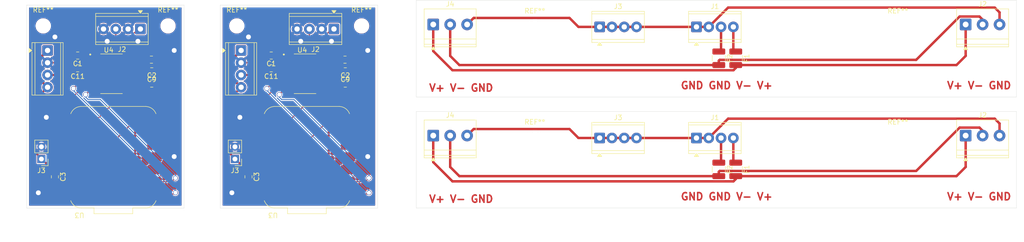
<source format=kicad_pcb>
(kicad_pcb (version 20241229) (generator "pcbnew") (generator_version "9.0")
  (layers (0 "F.Cu" signal) (2 "B.Cu" signal) (13 "F.Paste" user) (15 "B.Paste" user) (5 "F.SilkS" user "F.Silkscreen") (7 "B.SilkS" user "B.Silkscreen") (1 "F.Mask" user) (3 "B.Mask" user) (25 "Edge.Cuts" user))
  (net 0 "")
  (net 1 "+BATT")
  (net 2 "Net-(U4-REF)")
  (net 3 "Net-(U4-REFCAP)")
  (net 4 "/MOSI")
  (net 5 "/SCK")
  (net 6 "/~{CS}")
  (net 7 "/MISO")
  (net 8 "Net-(J2-Pin_3)")
  (net 9 "Net-(J2-Pin_1)")
  (net 10 "+5V")
  (net 11 "GND")
  (net 12 "Net-(U3-PA4_A1_D1)")
  (net 25 "-BATT")
  (net 26 "Net-(J1-Pin_4)")
  (net 27 "Net-(J1-Pin_3)")
  (footprint "Capacitor_SMD:C_0805_2012Metric" (layer "F.Cu") (at 90.83 143.538 -90)
    (property "Reference" "C3")
    (property "Value" "100n")
  )
  (footprint "Capacitor_SMD:C_0805_2012Metric" (layer "F.Cu") (at 70.842 121.694 180)
    (property "Reference" "C9")
    (property "Value" "100n" (hide yes))
  )
  (footprint "Capacitor_SMD:C_0805_2012Metric" (layer "F.Cu") (at 95.529 118.4305 180)
    (property "Reference" "C1")
    (property "Value" "100n")
  )
  (footprint "TerminalBlock_Phoenix:TerminalBlock_Phoenix_MPT-0,5-4-2.54_1x04_P2.54mm_Horizontal" (layer "F.Cu") (at 108.487 112.935 180)
    (property "Reference" "J2")
    (property "Value" "Screw_Terminal_01x04" (hide yes))
  )
  (footprint "Connector_PinHeader_2.54mm:PinHeader_1x02_P2.54mm_Vertical" (layer "F.Cu") (at 48.048 139.855 180)
    (property "Reference" "J3")
    (property "Value" "Screw_Terminal_01x02")
  )
  (footprint "TerminalBlock_Phoenix:TerminalBlock_Phoenix_PT-1,5-3-3.5-H_1x03_P3.50mm_Horizontal" (layer "F.Cu") (at 129 112)
    (property "Reference" "J4")
    (property "Value" "Screw_Terminal_01x03")
  )
  (footprint "Fuse:Fuse_1210_3225Metric" (layer "F.Cu") (at 188 142 -90)
    (property "Reference" "F2")
    (property "Value" "Fuse")
  )
  (footprint "MountingHole:MountingHole_2.7mm_M2.5_DIN965" (layer "F.Cu") (at 74.21 112.296)
    (property "Reference" "REF**")
    (property "Value" "MountingHole_2.7mm_M2.5_DIN965")
  )
  (footprint "Max1032:SOP65P640X110-24N" (layer "F.Cu") (at 62.526 122.202)
    (property "Reference" "U4")
    (property "Value" "MAX1032BEUG_" (hide yes))
  )
  (footprint "TerminalBlock_Phoenix:TerminalBlock_Phoenix_PT-1,5-3-3.5-H_1x03_P3.50mm_Horizontal" (layer "F.Cu") (at 129 135)
    (property "Reference" "J4")
    (property "Value" "Screw_Terminal_01x03")
  )
  (footprint "Connector_PinHeader_2.54mm:PinHeader_1x02_P2.54mm_Vertical" (layer "F.Cu") (at 88.036 139.855 180)
    (property "Reference" "J3")
    (property "Value" "Screw_Terminal_01x02")
  )
  (footprint "Fuse:Fuse_1210_3225Metric" (layer "F.Cu") (at 188 119 -90)
    (property "Reference" "F2")
    (property "Value" "Fuse")
  )
  (footprint "TerminalBlock_Phoenix:TerminalBlock_Phoenix_MPT-0,5-4-2.54_1x04_P2.54mm_Horizontal" (layer "F.Cu") (at 68.499 112.935 180)
    (property "Reference" "J2")
    (property "Value" "Screw_Terminal_01x04" (hide yes))
  )
  (footprint "TerminalBlock_Phoenix:TerminalBlock_Phoenix_MPT-0,5-4-2.54_1x04_P2.54mm_Horizontal" (layer "F.Cu") (at 49.318 117.376 -90)
    (property "Reference" "J1" (hide yes))
    (property "Value" "Screw_Terminal_01x04" (hide yes))
  )
  (footprint "Capacitor_SMD:C_0805_2012Metric" (layer "F.Cu") (at 70.781 119.281 180)
    (property "Reference" "C8" (hide yes))
    (property "Value" "1u")
  )
  (footprint "Fuse:Fuse_1210_3225Metric" (layer "F.Cu") (at 191.5 119 -90)
    (property "Reference" "F1")
    (property "Value" "Fuse")
  )
  (footprint "Capacitor_SMD:C_0805_2012Metric" (layer "F.Cu") (at 110.769 119.281 180)
    (property "Reference" "C8" (hide yes))
    (property "Value" "1u")
  )
  (footprint "RF_Module:MCU_Seeed_ESP32C3" (layer "F.Cu") (at 102.904 139.474 180)
    (property "Reference" "U3")
    (property "Value" "MOUDLE-SEEEDUINO-XIAO-ESP32C3")
  )
  (footprint "TerminalBlock_Phoenix:TerminalBlock_Phoenix_MPT-0,5-4-2.54_1x04_P2.54mm_Horizontal" (layer "F.Cu") (at 183.38 135.5)
    (property "Reference" "J1")
    (property "Value" "Screw_Terminal_01x04")
  )
  (footprint "Capacitor_SMD:C_0805_2012Metric" (layer "F.Cu") (at 110.83 121.694 180)
    (property "Reference" "C9")
    (property "Value" "100n" (hide yes))
  )
  (footprint "MountingHole:MountingHole_2.7mm_M2.5_DIN965" (layer "F.Cu") (at 114.198 112.296)
    (property "Reference" "REF**")
    (property "Value" "MountingHole_2.7mm_M2.5_DIN965")
  )
  (footprint "MountingHole:MountingHole_2.7mm_M2.5_DIN965" (layer "F.Cu") (at 225 112.5)
    (property "Reference" "REF**")
    (property "Value" "MountingHole_2.7mm_M2.5_DIN965")
  )
  (footprint "TerminalBlock_Phoenix:TerminalBlock_Phoenix_MPT-0,5-4-2.54_1x04_P2.54mm_Horizontal" (layer "F.Cu") (at 89.306 117.376 -90)
    (property "Reference" "J1" (hide yes))
    (property "Value" "Screw_Terminal_01x04" (hide yes))
  )
  (footprint "Capacitor_SMD:C_0805_2012Metric" (layer "F.Cu") (at 55.541 121.059 180)
    (property "Reference" "C11")
    (property "Value" "100n")
  )
  (footprint "TerminalBlock_Phoenix:TerminalBlock_Phoenix_MPT-0,5-4-2.54_1x04_P2.54mm_Horizontal" (layer "F.Cu") (at 163.38 112.5)
    (property "Reference" "J3")
    (property "Value" "Screw_Terminal_01x04")
  )
  (footprint "RF_Module:MCU_Seeed_ESP32C3" (layer "F.Cu") (at 62.916 139.474 180)
    (property "Reference" "U3")
    (property "Value" "MOUDLE-SEEEDUINO-XIAO-ESP32C3")
  )
  (footprint "Capacitor_SMD:C_0805_2012Metric" (layer "F.Cu") (at 55.541 118.4305 180)
    (property "Reference" "C1")
    (property "Value" "100n")
  )
  (footprint "MountingHole:MountingHole_2.7mm_M2.5_DIN965" (layer "F.Cu") (at 225 135.5)
    (property "Reference" "REF**")
    (property "Value" "MountingHole_2.7mm_M2.5_DIN965")
  )
  (footprint "MountingHole:MountingHole_2.7mm_M2.5_DIN965" (layer "F.Cu") (at 88.417 112.296)
    (property "Reference" "REF**")
    (property "Value" "MountingHole_2.7mm_M2.5_DIN965" (hide yes))
  )
  (footprint "Capacitor_SMD:C_0805_2012Metric" (layer "F.Cu") (at 110.83 124.234)
    (property "Reference" "C2")
    (property "Value" "100n")
  )
  (footprint "MountingHole:MountingHole_2.7mm_M2.5_DIN965" (layer "F.Cu") (at 150 135.5)
    (property "Reference" "REF**")
    (property "Value" "MountingHole_2.7mm_M2.5_DIN965")
  )
  (footprint "Capacitor_SMD:C_0805_2012Metric" (layer "F.Cu") (at 70.842 124.234)
    (property "Reference" "C2")
    (property "Value" "100n")
  )
  (footprint "TerminalBlock_Phoenix:TerminalBlock_Phoenix_PT-1,5-3-3.5-H_1x03_P3.50mm_Horizontal" (layer "F.Cu") (at 239 112)
    (property "Reference" "J2")
    (property "Value" "Screw_Terminal_01x03")
  )
  (footprint "Capacitor_SMD:C_0805_2012Metric" (layer "F.Cu") (at 50.842 143.538 -90)
    (property "Reference" "C3")
    (property "Value" "100n")
  )
  (footprint "Fuse:Fuse_1210_3225Metric" (layer "F.Cu") (at 191.5 142 -90)
    (property "Reference" "F1")
    (property "Value" "Fuse")
  )
  (footprint "TerminalBlock_Phoenix:TerminalBlock_Phoenix_MPT-0,5-4-2.54_1x04_P2.54mm_Horizontal" (layer "F.Cu") (at 183.38 112.5)
    (property "Reference" "J1")
    (property "Value" "Screw_Terminal_01x04")
  )
  (footprint "Capacitor_SMD:C_0805_2012Metric" (layer "F.Cu") (at 95.529 121.059 180)
    (property "Reference" "C11")
    (property "Value" "100n")
  )
  (footprint "TerminalBlock_Phoenix:TerminalBlock_Phoenix_MPT-0,5-4-2.54_1x04_P2.54mm_Horizontal" (layer "F.Cu") (at 163.38 135.5)
    (property "Reference" "J3")
    (property "Value" "Screw_Terminal_01x04")
  )
  (footprint "TerminalBlock_Phoenix:TerminalBlock_Phoenix_PT-1,5-3-3.5-H_1x03_P3.50mm_Horizontal" (layer "F.Cu") (at 239 135)
    (property "Reference" "J2")
    (property "Value" "Screw_Terminal_01x03")
  )
  (footprint "MountingHole:MountingHole_2.7mm_M2.5_DIN965" (layer "F.Cu") (at 150 112.5)
    (property "Reference" "REF**")
    (property "Value" "MountingHole_2.7mm_M2.5_DIN965")
  )
  (footprint "MountingHole:MountingHole_2.7mm_M2.5_DIN965" (layer "F.Cu") (at 48.429 112.296)
    (property "Reference" "REF**")
    (property "Value" "MountingHole_2.7mm_M2.5_DIN965" (hide yes))
  )
  (footprint "Max1032:SOP65P640X110-24N" (layer "F.Cu") (at 102.514 122.202)
    (property "Reference" "U4")
    (property "Value" "MAX1032BEUG_" (hide yes))
  )
  (gr_line (start 84.988 107.978) (end 117.5 107.978) (stroke (width 0.05)) (layer "Edge.Cuts"))
  (gr_line (start 117.5 150.015) (end 84.988 150.015) (stroke (width 0.05)) (layer "Edge.Cuts"))
  (gr_line (start 249.5 107) (end 249.5 127) (stroke (width 0.05)) (layer "Edge.Cuts"))
  (gr_line (start 125.5 127) (end 125.5 107) (stroke (width 0.05)) (layer "Edge.Cuts"))
  (gr_line (start 125.5 130) (end 249.5 130) (stroke (width 0.05)) (layer "Edge.Cuts"))
  (gr_line (start 77.512 107.978) (end 77.512 150.015) (stroke (width 0.05)) (layer "Edge.Cuts"))
  (gr_line (start 117.5 107.978) (end 117.5 150.015) (stroke (width 0.05)) (layer "Edge.Cuts"))
  (gr_line (start 84.988 150.015) (end 84.988 107.978) (stroke (width 0.05)) (layer "Edge.Cuts"))
  (gr_line (start 125.5 150) (end 125.5 130) (stroke (width 0.05)) (layer "Edge.Cuts"))
  (gr_line (start 125.5 107) (end 249.5 107) (stroke (width 0.05)) (layer "Edge.Cuts"))
  (gr_line (start 249.5 130) (end 249.5 150) (stroke (width 0.05)) (layer "Edge.Cuts"))
  (gr_line (start 249.5 150) (end 125.5 150) (stroke (width 0.05)) (layer "Edge.Cuts"))
  (gr_line (start 45 150.015) (end 45 107.978) (stroke (width 0.05)) (layer "Edge.Cuts"))
  (gr_line (start 249.5 127) (end 125.5 127) (stroke (width 0.05)) (layer "Edge.Cuts"))
  (gr_line (start 77.512 150.015) (end 45 150.015) (stroke (width 0.05)) (layer "Edge.Cuts"))
  (gr_line (start 45 107.978) (end 77.512 107.978) (stroke (width 0.05)) (layer "Edge.Cuts"))
  (gr_text "V+ V- GND" (at 128 149 0) (layer "F.Cu") (effects (font (size 1.5 1.5) (thickness 0.3) (bold yes)) (justify left bottom)))
  (gr_text "V+ V- GND" (at 235 148.5 0) (layer "F.Cu") (effects (font (size 1.5 1.5) (thickness 0.3) (bold yes)) (justify left bottom)))
  (gr_text "Electrometer ADC\nv2.0\n8/21/2025" (at 50.207 112.423 0) (layer "F.Cu") (effects (font (size 0.75 0.65) (thickness 0.1) (bold yes)) (justify left bottom)))
  (gr_text "V+ V- GND" (at 235 125.5 0) (layer "F.Cu") (effects (font (size 1.5 1.5) (thickness 0.3) (bold yes)) (justify left bottom)))
  (gr_text "GND GND V- V+\n" (at 180 148.5 0) (layer "F.Cu") (effects (font (size 1.5 1.5) (thickness 0.3) (bold yes)) (justify left bottom)))
  (gr_text "Electrometer ADC\nv2.0\n8/21/2025" (at 90.195 112.423 0) (layer "F.Cu") (effects (font (size 0.75 0.65) (thickness 0.1) (bold yes)) (justify left bottom)))
  (gr_text "GND GND V- V+\n" (at 180 125.5 0) (layer "F.Cu") (effects (font (size 1.5 1.5) (thickness 0.3) (bold yes)) (justify left bottom)))
  (gr_text "V+ V- GND" (at 128 126 0) (layer "F.Cu") (effects (font (size 1.5 1.5) (thickness 0.3) (bold yes)) (justify left bottom)))
  (segment (start 191.024 121.476) (end 132.976 121.476) (width 0.5) (layer "F.Cu") (net 1))
  (segment (start 91.15 142.588) (end 91.724 142.014) (width 0.4) (layer "F.Cu") (net 1))
  (segment (start 94.404 142.014) (end 94.912 141.506) (width 0.4) (layer "F.Cu") (net 1))
  (segment (start 49.318 124.996) (end 46.27 128.044) (width 0.4) (layer "F.Cu") (net 1))
  (segment (start 87.605 123.295) (end 89.306 124.996) (width 0.5) (layer "F.Cu") (net 1))
  (segment (start 90.83 142.588) (end 91.15 142.588) (width 0.2) (layer "F.Cu") (net 1))
  (segment (start 87.605 119.077) (end 87.605 123.295) (width 0.5) (layer "F.Cu") (net 1))
  (segment (start 63.288 141.506) (end 64.92 139.874) (width 0.4) (layer "F.Cu") (net 1))
  (segment (start 54.924 141.506) (end 63.288 141.506) (width 0.4) (layer "F.Cu") (net 1))
  (segment (start 88.0075 139.7655) (end 90.83 142.588) (width 0.4) (layer "F.Cu") (net 1))
  (segment (start 89.306 124.996) (end 86.258 128.044) (width 0.4) (layer "F.Cu") (net 1))
  (segment (start 48.0195 139.733) (end 48.0195 139.7655) (width 0.2) (layer "F.Cu") (net 1))
  (segment (start 132.976 121.476) (end 129 117.5) (width 0.5) (layer "F.Cu") (net 1))
  (segment (start 191.5 120.4) (end 237.1 120.4) (width 0.5) (layer "F.Cu") (net 1))
  (segment (start 51.162 142.588) (end 51.736 142.014) (width 0.4) (layer "F.Cu") (net 1))
  (segment (start 46.27 137.9835) (end 48.0195 139.733) (width 0.4) (layer "F.Cu") (net 1))
  (segment (start 132.976 144.476) (end 129 140.5) (width 0.5) (layer "F.Cu") (net 1))
  (segment (start 94.912 141.506) (end 103.276 141.506) (width 0.4) (layer "F.Cu") (net 1))
  (segment (start 237.1 120.4) (end 239 118.5) (width 0.5) (layer "F.Cu") (net 1))
  (segment (start 239 141.5) (end 239 135) (width 0.5) (layer "F.Cu") (net 1))
  (segment (start 66.254498 123.177) (end 65.411 123.177) (width 0.4) (layer "F.Cu") (net 1))
  (segment (start 103.276 141.506) (end 104.908 139.874) (width 0.4) (layer "F.Cu") (net 1))
  (segment (start 129 117.5) (end 129 112) (width 0.5) (layer "F.Cu") (net 1))
  (segment (start 51.736 142.014) (end 54.416 142.014) (width 0.4) (layer "F.Cu") (net 1))
  (segment (start 129 140.5) (end 129 135) (width 0.5) (layer "F.Cu") (net 1))
  (segment (start 191.024 144.476) (end 132.976 144.476) (width 0.5) (layer "F.Cu") (net 1))
  (segment (start 86.258 128.044) (end 86.258 137.9835) (width 0.4) (layer "F.Cu") (net 1))
  (segment (start 191.5 144) (end 191.024 144.476) (width 0.5) (layer "F.Cu") (net 1))
  (segment (start 54.416 142.014) (end 54.924 141.506) (width 0.4) (layer "F.Cu") (net 1))
  (segment (start 191.5 143.4) (end 191.5 144) (width 0.5) (layer "F.Cu") (net 1))
  (segment (start 191.5 121) (end 191.024 121.476) (width 0.5) (layer "F.Cu") (net 1))
  (segment (start 64.92 139.874) (end 67.416 139.874) (width 0.4) (layer "F.Cu") (net 1))
  (segment (start 89.306 117.376) (end 87.605 119.077) (width 0.5) (layer "F.Cu") (net 1))
  (segment (start 191.5 143.4) (end 237.1 143.4) (width 0.5) (layer "F.Cu") (net 1))
  (segment (start 107.404 139.874) (end 107.404 124.338502) (width 0.4) (layer "F.Cu") (net 1))
  (segment (start 107.404 124.338502) (end 106.242498 123.177) (width 0.4) (layer "F.Cu") (net 1))
  (segment (start 50.842 142.588) (end 51.162 142.588) (width 0.2) (layer "F.Cu") (net 1))
  (segment (start 67.416 124.338502) (end 66.254498 123.177) (width 0.4) (layer "F.Cu") (net 1))
  (segment (start 49.318 117.376) (end 47.617 119.077) (width 0.5) (layer "F.Cu") (net 1))
  (segment (start 91.724 142.014) (end 94.404 142.014) (width 0.4) (layer "F.Cu") (net 1))
  (segment (start 86.258 137.9835) (end 88.0075 139.733) (width 0.4) (layer "F.Cu") (net 1))
  (segment (start 104.908 139.874) (end 107.404 139.874) (width 0.4) (layer "F.Cu") (net 1))
  (segment (start 46.27 128.044) (end 46.27 137.9835) (width 0.4) (layer "F.Cu") (net 1))
  (segment (start 106.242498 123.177) (end 105.399 123.177) (width 0.4) (layer "F.Cu") (net 1))
  (segment (start 239 118.5) (end 239 112) (width 0.5) (layer "F.Cu") (net 1))
  (segment (start 67.416 139.874) (end 67.416 124.338502) (width 0.4) (layer "F.Cu") (net 1))
  (segment (start 237.1 143.4) (end 239 141.5) (width 0.5) (layer "F.Cu") (net 1))
  (segment (start 48.0195 139.7655) (end 50.842 142.588) (width 0.4) (layer "F.Cu") (net 1))
  (segment (start 191.5 120.4) (end 191.5 121) (width 0.5) (layer "F.Cu") (net 1))
  (segment (start 88.0075 139.733) (end 88.0075 139.7655) (width 0.2) (layer "F.Cu") (net 1))
  (segment (start 47.617 123.295) (end 49.318 124.996) (width 0.5) (layer "F.Cu") (net 1))
  (segment (start 47.617 119.077) (end 47.617 123.295) (width 0.5) (layer "F.Cu") (net 1))
  (segment (start 66.676 121.227) (end 68.622 119.281) (width 0.2) (layer "F.Cu") (net 2))
  (segment (start 108.61 119.281) (end 109.819 119.281) (width 0.2) (layer "F.Cu") (net 2))
  (segment (start 68.622 119.281) (end 69.831 119.281) (width 0.2) (layer "F.Cu") (net 2))
  (segment (start 106.664 121.227) (end 108.61 119.281) (width 0.2) (layer "F.Cu") (net 2))
  (segment (start 105.399 121.227) (end 106.664 121.227) (width 0.2) (layer "F.Cu") (net 2))
  (segment (start 65.411 121.227) (end 66.676 121.227) (width 0.2) (layer "F.Cu") (net 2))
  (segment (start 105.399 121.877) (end 109.697 121.877) (width 0.2) (layer "F.Cu") (net 3))
  (segment (start 65.411 121.877) (end 69.709 121.877) (width 0.2) (layer "F.Cu") (net 3))
  (segment (start 109.697 121.877) (end 109.88 121.694) (width 0.2) (layer "F.Cu") (net 3))
  (segment (start 69.709 121.877) (end 69.892 121.694) (width 0.2) (layer "F.Cu") (net 3))
  (segment (start 99.629 125.127) (end 96.424214 125.127) (width 0.2) (layer "F.Cu") (net 4))
  (segment (start 91.846 138.458) (end 92.862 139.474) (width 0.2) (layer "F.Cu") (net 4))
  (segment (start 59.641 125.127) (end 56.436214 125.127) (width 0.2) (layer "F.Cu") (net 4))
  (segment (start 96.424214 125.127) (end 91.846 129.705214) (width 0.2) (layer "F.Cu") (net 4))
  (segment (start 51.858 129.705214) (end 51.858 138.458) (width 0.2) (layer "F.Cu") (net 4))
  (segment (start 92.862 139.474) (end 94.404 139.474) (width 0.2) (layer "F.Cu") (net 4))
  (segment (start 51.858 138.458) (end 52.874 139.474) (width 0.2) (layer "F.Cu") (net 4))
  (segment (start 91.846 129.705214) (end 91.846 138.458) (width 0.2) (layer "F.Cu") (net 4))
  (segment (start 52.874 139.474) (end 54.416 139.474) (width 0.2) (layer "F.Cu") (net 4))
  (segment (start 56.436214 125.127) (end 51.858 129.705214) (width 0.2) (layer "F.Cu") (net 4))
  (segment (start 56.794 134.394) (end 54.416 134.394) (width 0.2) (layer "F.Cu") (net 5))
  (segment (start 96.782 134.394) (end 94.404 134.394) (width 0.2) (layer "F.Cu") (net 5))
  (segment (start 65.411 125.777) (end 56.794 134.394) (width 0.2) (layer "F.Cu") (net 5))
  (segment (start 105.399 125.777) (end 96.782 134.394) (width 0.2) (layer "F.Cu") (net 5))
  (segment (start 94.64 125.25) (end 95.529 124.361) (width 0.2) (layer "F.Cu") (net 6))
  (segment (start 55.541 124.361) (end 59.525 124.361) (width 0.2) (layer "F.Cu") (net 6))
  (segment (start 115.468 147.094) (end 115.722 146.84) (width 0.2) (layer "F.Cu") (net 6))
  (segment (start 99.513 124.361) (end 99.629 124.477) (width 0.2) (layer "F.Cu") (net 6))
  (segment (start 71.416 147.094) (end 75.48 147.094) (width 0.2) (layer "F.Cu") (net 6))
  (segment (start 75.48 147.094) (end 75.734 146.84) (width 0.2) (layer "F.Cu") (net 6))
  (segment (start 100.378999 124.477) (end 99.629 124.477) (width 0.2) (layer "F.Cu") (net 6))
  (segment (start 60.390999 124.477) (end 59.641 124.477) (width 0.2) (layer "F.Cu") (net 6))
  (segment (start 54.652 125.25) (end 55.541 124.361) (width 0.2) (layer "F.Cu") (net 6))
  (segment (start 59.525 124.361) (end 59.641 124.477) (width 0.2) (layer "F.Cu") (net 6))
  (segment (start 111.404 147.094) (end 115.468 147.094) (width 0.2) (layer "F.Cu") (net 6))
  (segment (start 95.529 124.361) (end 99.513 124.361) (width 0.2) (layer "F.Cu") (net 6))
  (via (at 75.734 146.84) (size 1) (drill 0.8) (layers "F.Cu" "B.Cu") (net 6))
  (via (at 94.64 125.25) (size 1) (drill 0.8) (layers "F.Cu" "B.Cu") (net 6))
  (via (at 115.722 146.84) (size 1) (drill 0.8) (layers "F.Cu" "B.Cu") (net 6))
  (via (at 54.652 125.25) (size 1) (drill 0.8) (layers "F.Cu" "B.Cu") (net 6))
  (segment (start 54.652 125.659326) (end 54.652 125.25) (width 0.2) (layer "B.Cu") (net 6))
  (segment (start 75.48 146.078) (end 75.070674 146.078) (width 0.2) (layer "B.Cu") (net 6))
  (segment (start 94.64 125.659326) (end 94.64 125.25) (width 0.2) (layer "B.Cu") (net 6))
  (segment (start 115.058674 146.078) (end 94.64 125.659326) (width 0.2) (layer "B.Cu") (net 6))
  (segment (start 75.070674 146.078) (end 54.652 125.659326) (width 0.2) (layer "B.Cu") (net 6))
  (segment (start 115.468 146.078) (end 115.058674 146.078) (width 0.2) (layer "B.Cu") (net 6))
  (segment (start 115.722 146.84) (end 115.722 146.332) (width 0.2) (layer "B.Cu") (net 6))
  (segment (start 75.734 146.332) (end 75.48 146.078) (width 0.2) (layer "B.Cu") (net 6))
  (segment (start 115.722 146.332) (end 115.468 146.078) (width 0.2) (layer "B.Cu") (net 6))
  (segment (start 75.734 146.84) (end 75.734 146.332) (width 0.2) (layer "B.Cu") (net 6))
  (segment (start 105.399 125.127) (end 106.101078 125.127) (width 0.2) (layer "F.Cu") (net 7))
  (segment (start 106.578 132.616) (end 102.371 136.823) (width 0.2) (layer "F.Cu") (net 7))
  (segment (start 54.527 136.823) (end 54.416 136.934) (width 0.2) (layer "F.Cu") (net 7))
  (segment (start 106.578 125.603922) (end 106.578 132.616) (width 0.2) (layer "F.Cu") (net 7))
  (segment (start 66.59 125.603922) (end 66.59 132.616) (width 0.2) (layer "F.Cu") (net 7))
  (segment (start 66.59 132.616) (end 62.383 136.823) (width 0.2) (layer "F.Cu") (net 7))
  (segment (start 94.515 136.823) (end 94.404 136.934) (width 0.2) (layer "F.Cu") (net 7))
  (segment (start 102.371 136.823) (end 94.515 136.823) (width 0.2) (layer "F.Cu") (net 7))
  (segment (start 65.411 125.127) (end 66.113078 125.127) (width 0.2) (layer "F.Cu") (net 7))
  (segment (start 106.101078 125.127) (end 106.578 125.603922) (width 0.2) (layer "F.Cu") (net 7))
  (segment (start 66.113078 125.127) (end 66.59 125.603922) (width 0.2) (layer "F.Cu") (net 7))
  (segment (start 62.383 136.823) (end 54.527 136.823) (width 0.2) (layer "F.Cu") (net 7))
  (segment (start 63.419 116.898999) (end 63.419 112.935) (width 0.2) (layer "F.Cu") (net 8))
  (segment (start 103.407 116.898999) (end 103.407 112.935) (width 0.2) (layer "F.Cu") (net 8))
  (segment (start 60.390999 119.927) (end 63.419 116.898999) (width 0.2) (layer "F.Cu") (net 8))
  (segment (start 100.378999 119.927) (end 103.407 116.898999) (width 0.2) (layer "F.Cu") (net 8))
  (segment (start 59.641 119.927) (end 60.390999 119.927) (width 0.2) (layer "F.Cu") (net 8))
  (segment (start 99.629 119.927) (end 100.378999 119.927) (width 0.2) (layer "F.Cu") (net 8))
  (segment (start 60.390999 120.577) (end 68.032999 112.935) (width 0.2) (layer "F.Cu") (net 9))
  (segment (start 59.641 120.577) (end 60.390999 120.577) (width 0.2) (layer "F.Cu") (net 9))
  (segment (start 68.032999 112.935) (end 68.499 112.935) (width 0.2) (layer "F.Cu") (net 9))
  (segment (start 108.020999 112.935) (end 108.487 112.935) (width 0.2) (layer "F.Cu") (net 9))
  (segment (start 99.629 120.577) (end 100.378999 120.577) (width 0.2) (layer "F.Cu") (net 9))
  (segment (start 100.378999 120.577) (end 108.020999 112.935) (width 0.2) (layer "F.Cu") (net 9))
  (segment (start 89.306 122.456) (end 96.164 122.456) (width 0.4) (layer "F.Cu") (net 10))
  (segment (start 59.097 111.407) (end 59.097 118.083) (width 0.4) (layer "F.Cu") (net 10))
  (segment (start 69.003 124.234) (end 69.892 124.234) (width 0.4) (layer "F.Cu") (net 10))
  (segment (start 67.296 122.527) (end 69.003 124.234) (width 0.4) (layer "F.Cu") (net 10))
  (segment (start 99.629 118.627) (end 99.629 119.277) (width 0.4) (layer "F.Cu") (net 10))
  (segment (start 105.399 119.927) (end 106.313 119.927) (width 0.4) (layer "F.Cu") (net 10))
  (segment (start 99.085 118.083) (end 99.629 118.627) (width 0.4) (layer "F.Cu") (net 10))
  (segment (start 105.399 122.527) (end 103.347 122.527) (width 0.4) (layer "F.Cu") (net 10))
  (segment (start 56.491 118.4305) (end 59.4445 118.4305) (width 0.4) (layer "F.Cu") (net 10))
  (segment (start 69.6041 110.899) (end 59.605 110.899) (width 0.4) (layer "F.Cu") (net 10))
  (segment (start 59.605 110.899) (end 59.097 111.407) (width 0.4) (layer "F.Cu") (net 10))
  (segment (start 103.022 122.202) (end 103.022 120.17) (width 0.4) (layer "F.Cu") (net 10))
  (segment (start 59.4445 118.4305) (end 59.641 118.627) (width 0.4) (layer "F.Cu") (net 10))
  (segment (start 65.411 122.527) (end 67.296 122.527) (width 0.4) (layer "F.Cu") (net 10))
  (segment (start 110.17567 116.06433) (end 110.17567 111.48257) (width 0.4) (layer "F.Cu") (net 10))
  (segment (start 107.284 122.527) (end 108.991 124.234) (width 0.4) (layer "F.Cu") (net 10))
  (segment (start 108.991 124.234) (end 109.88 124.234) (width 0.4) (layer "F.Cu") (net 10))
  (segment (start 99.4325 118.4305) (end 99.629 118.627) (width 0.4) (layer "F.Cu") (net 10))
  (segment (start 70.18767 111.48257) (end 69.6041 110.899) (width 0.4) (layer "F.Cu") (net 10))
  (segment (start 70.18767 116.06433) (end 70.18767 111.48257) (width 0.4) (layer "F.Cu") (net 10))
  (segment (start 110.17567 111.48257) (end 109.5921 110.899) (width 0.4) (layer "F.Cu") (net 10))
  (segment (start 65.411 119.927) (end 66.325 119.927) (width 0.4) (layer "F.Cu") (net 10))
  (segment (start 49.318 122.456) (end 56.176 122.456) (width 0.4) (layer "F.Cu") (net 10))
  (segment (start 106.313 119.927) (end 110.17567 116.06433) (width 0.4) (layer "F.Cu") (net 10))
  (segment (start 96.545 122.075) (end 96.545 121.125) (width 0.4) (layer "F.Cu") (net 10))
  (segment (start 56.557 122.075) (end 56.557 121.125) (width 0.4) (layer "F.Cu") (net 10))
  (segment (start 56.491 121.059) (end 56.491 118.4305) (width 0.4) (layer "F.Cu") (net 10))
  (segment (start 96.479 121.059) (end 96.479 118.4305) (width 0.4) (layer "F.Cu") (net 10))
  (segment (start 63.034 122.202) (end 63.034 120.17) (width 0.4) (layer "F.Cu") (net 10))
  (segment (start 103.022 120.17) (end 103.265 119.927) (width 0.4) (layer "F.Cu") (net 10))
  (segment (start 63.277 119.927) (end 65.411 119.927) (width 0.4) (layer "F.Cu") (net 10))
  (segment (start 96.479 118.4305) (end 99.4325 118.4305) (width 0.4) (layer "F.Cu") (net 10))
  (segment (start 99.593 110.899) (end 99.085 111.407) (width 0.4) (layer "F.Cu") (net 10))
  (segment (start 99.085 111.407) (end 99.085 118.083) (width 0.4) (layer "F.Cu") (net 10))
  (segment (start 96.545 121.125) (end 96.479 121.059) (width 0.4) (layer "F.Cu") (net 10))
  (segment (start 105.399 122.527) (end 107.284 122.527) (width 0.4) (layer "F.Cu") (net 10))
  (segment (start 56.557 121.125) (end 56.491 121.059) (width 0.4) (layer "F.Cu") (net 10))
  (segment (start 103.265 119.927) (end 105.399 119.927) (width 0.4) (layer "F.Cu") (net 10))
  (segment (start 63.359 122.527) (end 63.034 122.202) (width 0.4) (layer "F.Cu") (net 10))
  (segment (start 65.411 122.527) (end 63.359 122.527) (width 0.4) (layer "F.Cu") (net 10))
  (segment (start 63.034 120.17) (end 63.277 119.927) (width 0.4) (layer "F.Cu") (net 10))
  (segment (start 96.164 122.456) (end 96.545 122.075) (width 0.4) (layer "F.Cu") (net 10))
  (segment (start 66.325 119.927) (end 70.18767 116.06433) (width 0.4) (layer "F.Cu") (net 10))
  (segment (start 56.176 122.456) (end 56.557 122.075) (width 0.4) (layer "F.Cu") (net 10))
  (segment (start 109.5921 110.899) (end 99.593 110.899) (width 0.4) (layer "F.Cu") (net 10))
  (segment (start 59.097 118.083) (end 59.641 118.627) (width 0.4) (layer "F.Cu") (net 10))
  (segment (start 103.347 122.527) (end 103.022 122.202) (width 0.4) (layer "F.Cu") (net 10))
  (segment (start 59.641 118.627) (end 59.641 119.277) (width 0.4) (layer "F.Cu") (net 10))
  (segment (start 63.95048 123.827) (end 62.533 122.40952) (width 0.2) (layer "F.Cu") (net 11))
  (segment (start 157.149 133.649) (end 159 135.5) (width 0.5) (layer "F.Cu") (net 11))
  (segment (start 62.28 111.534) (end 64.558 111.534) (width 0.2) (layer "F.Cu") (net 11))
  (segment (start 71.731 119.281) (end 71.731 124.173) (width 0.2) (layer "F.Cu") (net 11))
  (segment (start 65.411 124.477) (end 65.411 123.827) (width 0.2) (layer "F.Cu") (net 11))
  (segment (start 66.7589 120.577) (end 69.9599 117.376) (width 0.2) (layer "F.Cu") (net 11))
  (segment (start 93.436 119.916) (end 94.579 121.059) (width 0.2) (layer "F.Cu") (net 11))
  (segment (start 65.411 118.627) (end 65.411 119.121) (width 0.2) (layer "F.Cu") (net 11))
  (segment (start 65.411 120.577) (end 66.7589 120.577) (width 0.2) (layer "F.Cu") (net 11))
  (segment (start 107.975 115.471) (end 105.399 118.047) (width 0.2) (layer "F.Cu") (net 11))
  (segment (start 62.533 119.909) (end 63.165 119.277) (width 0.2) (layer "F.Cu") (net 11))
  (segment (start 90.896 144.554) (end 90.83 144.488) (width 0.2) (layer "F.Cu") (net 11))
  (segment (start 159 135.5) (end 185.92 135.5) (width 0.5) (layer "F.Cu") (net 11))
  (segment (start 189.92 131.5) (end 245 131.5) (width 0.5) (layer "F.Cu") (net 11))
  (segment (start 185.92 112.5) (end 189.92 108.5) (width 0.5) (layer "F.Cu") (net 11))
  (segment (start 105.399 118.047) (end 105.399 118.627) (width 0.2) (layer "F.Cu") (net 11))
  (segment (start 103.93848 123.827) (end 102.521 122.40952) (width 0.2) (layer "F.Cu") (net 11))
  (segment (start 69.9599 117.376) (end 75.48 117.376) (width 0.2) (layer "F.Cu") (net 11))
  (segment (start 53.448 119.916) (end 54.591 121.059) (width 0.2) (layer "F.Cu") (net 11))
  (segment (start 106.7469 120.577) (end 109.9479 117.376) (width 0.2) (layer "F.Cu") (net 11))
  (segment (start 63.165 119.277) (end 65.411 119.277) (width 0.2) (layer "F.Cu") (net 11))
  (segment (start 54.591 118.4305) (end 54.591 121.059) (width 0.2) (layer "F.Cu") (net 11))
  (segment (start 89.306 119.916) (end 93.436 119.916) (width 0.2) (layer "F.Cu") (net 11))
  (segment (start 71.731 124.173) (end 71.792 124.234) (width 0.2) (layer "F.Cu") (net 11))
  (segment (start 60.879 112.935) (end 62.28 111.534) (width 0.2) (layer "F.Cu") (net 11))
  (segment (start 100.867 112.935) (end 102.268 111.534) (width 0.2) (layer "F.Cu") (net 11))
  (segment (start 102.268 111.534) (end 104.546 111.534) (width 0.2) (layer "F.Cu") (net 11))
  (segment (start 65.411 118.047) (end 65.411 118.627) (width 0.2) (layer "F.Cu") (net 11))
  (segment (start 102.521 119.909) (end 103.153 119.277) (width 0.2) (layer "F.Cu") (net 11))
  (segment (start 157.149 110.649) (end 159 112.5) (width 0.5) (layer "F.Cu") (net 11))
  (segment (start 111.719 119.281) (end 111.719 124.173) (width 0.2) (layer "F.Cu") (net 11))
  (segment (start 136 135) (end 137.351 133.649) (width 0.5) (layer "F.Cu") (net 11))
  (segment (start 185.92 135.5) (end 189.92 131.5) (width 0.5) (layer "F.Cu") (net 11))
  (segment (start 246 132.5) (end 246 135) (width 0.5) (layer "F.Cu") (net 11))
  (segment (start 109.9479 117.376) (end 115.468 117.376) (width 0.2) (layer "F.Cu") (net 11))
  (segment (start 113.624 117.376) (end 111.719 119.281) (width 0.2) (layer "F.Cu") (net 11))
  (segment (start 115.468 117.376) (end 113.624 117.376) (width 0.2) (layer "F.Cu") (net 11))
  (segment (start 246 109.5) (end 246 112) (width 0.5) (layer "F.Cu") (net 11))
  (segment (start 64.558 111.534) (end 65.959 112.935) (width 0.2) (layer "F.Cu") (net 11))
  (segment (start 73.636 117.376) (end 71.731 119.281) (width 0.2) (layer "F.Cu") (net 11))
  (segment (start 50.908 144.554) (end 50.842 144.488) (width 0.2) (layer "F.Cu") (net 11))
  (segment (start 65.411 123.827) (end 63.95048 123.827) (width 0.2) (layer "F.Cu") (net 11))
  (segment (start 159 112.5) (end 185.92 112.5) (width 0.5) (layer "F.Cu") (net 11))
  (segment (start 111.719 124.173) (end 111.78 124.234) (width 0.2) (layer "F.Cu") (net 11))
  (segment (start 105.399 124.477) (end 105.399 123.827) (width 0.2) (layer "F.Cu") (net 11))
  (segment (start 67.987 115.471) (end 65.411 118.047) (width 0.2) (layer "F.Cu") (net 11))
  (segment (start 137.351 110.649) (end 157.149 110.649) (width 0.5) (layer "F.Cu") (net 11))
  (segment (start 94.579 118.4305) (end 94.579 121.059) (width 0.2) (layer "F.Cu") (net 11))
  (segment (start 62.533 122.40952) (end 62.533 119.909) (width 0.2) (layer "F.Cu") (net 11))
  (segment (start 105.399 120.577) (end 106.7469 120.577) (width 0.2) (layer "F.Cu") (net 11))
  (segment (start 103.153 119.277) (end 105.399 119.277) (width 0.2) (layer "F.Cu") (net 11))
  (segment (start 102.521 122.40952) (end 102.521 119.909) (width 0.2) (layer "F.Cu") (net 11))
  (segment (start 49.318 119.916) (end 53.448 119.916) (width 0.2) (layer "F.Cu") (net 11))
  (segment (start 105.399 118.627) (end 105.399 119.121) (width 0.2) (layer "F.Cu") (net 11))
  (segment (start 75.48 117.376) (end 73.636 117.376) (width 0.2) (layer "F.Cu") (net 11))
  (segment (start 137.351 133.649) (end 157.149 133.649) (width 0.5) (layer "F.Cu") (net 11))
  (segment (start 105.399 123.827) (end 103.93848 123.827) (width 0.2) (layer "F.Cu") (net 11))
  (segment (start 94.404 144.554) (end 90.896 144.554) (width 0.2) (layer "F.Cu") (net 11))
  (segment (start 136 112) (end 137.351 110.649) (width 0.5) (layer "F.Cu") (net 11))
  (segment (start 245 131.5) (end 246 132.5) (width 0.5) (layer "F.Cu") (net 11))
  (segment (start 189.92 108.5) (end 245 108.5) (width 0.5) (layer "F.Cu") (net 11))
  (segment (start 104.546 111.534) (end 105.947 112.935) (width 0.2) (layer "F.Cu") (net 11))
  (segment (start 54.416 144.554) (end 50.908 144.554) (width 0.2) (layer "F.Cu") (net 11))
  (segment (start 245 108.5) (end 246 109.5) (width 0.5) (layer "F.Cu") (net 11))
  (via (at 49.064 131.219) (size 1.5) (drill 1) (layers "F.Cu" "B.Cu") (net 11))
  (via (at 67.987 115.471) (size 1.5) (drill 1) (layers "F.Cu" "B.Cu") (net 11))
  (via (at 75.48 139.347) (size 1.5) (drill 1) (layers "F.Cu" "B.Cu") (net 11))
  (via (at 101.625 115.471) (size 1.5) (drill 1) (layers "F.Cu" "B.Cu") (net 11))
  (via (at 107.975 115.471) (size 1.5) (drill 1) (layers "F.Cu" "B.Cu") (net 11))
  (via (at 115.468 139.347) (size 1.5) (drill 1) (layers "F.Cu" "B.Cu") (net 11))
  (via (at 75.48 117.376) (size 1.5) (drill 1) (layers "F.Cu" "B.Cu") (net 11))
  (via (at 50.842 114.582) (size 1.5) (drill 1) (layers "F.Cu" "B.Cu") (net 11))
  (via (at 61.637 115.471) (size 1.5) (drill 1) (layers "F.Cu" "B.Cu") (net 11))
  (via (at 87.401 146.84) (size 1.5) (drill 1) (layers "F.Cu" "B.Cu") (net 11))
  (via (at 90.83 114.582) (size 1.5) (drill 1) (layers "F.Cu" "B.Cu") (net 11))
  (via (at 47.413 146.84) (size 1.5) (drill 1) (layers "F.Cu" "B.Cu") (net 11))
  (via (at 89.052 131.219) (size 1.5) (drill 1) (layers "F.Cu" "B.Cu") (net 11))
  (via (at 115.468 117.376) (size 1.5) (drill 1) (layers "F.Cu" "B.Cu") (net 11))
  (segment (start 64.812 119.408) (end 65.066 119.408) (width 0.2) (layer "B.Cu") (net 11))
  (segment (start 104.8 119.408) (end 105.054 119.408) (width 0.2) (layer "B.Cu") (net 11))
  (segment (start 65.066 119.408) (end 65.831469 119.408) (width 0.2) (layer "B.Cu") (net 11))
  (segment (start 105.054 119.408) (end 105.819469 119.408) (width 0.2) (layer "B.Cu") (net 11))
  (segment (start 111.404 144.554) (end 114.96 144.554) (width 0.2) (layer "F.Cu") (net 12))
  (segment (start 97.923 125.777) (end 99.629 125.777) (width 0.2) (layer "F.Cu") (net 12))
  (segment (start 74.972 144.554) (end 75.734 143.792) (width 0.2) (layer "F.Cu") (net 12))
  (segment (start 57.192 126.52) (end 57.935 125.777) (width 0.2) (layer "F.Cu") (net 12))
  (segment (start 97.18 126.52) (end 97.923 125.777) (width 0.2) (layer "F.Cu") (net 12))
  (segment (start 114.96 144.554) (end 115.722 143.792) (width 0.2) (layer "F.Cu") (net 12))
  (segment (start 57.935 125.777) (end 59.641 125.777) (width 0.2) (layer "F.Cu") (net 12))
  (segment (start 71.416 144.554) (end 74.972 144.554) (width 0.2) (layer "F.Cu") (net 12))
  (via (at 57.192 126.52) (size 1) (drill 0.8) (layers "F.Cu" "B.Cu") (net 12))
  (via (at 75.734 143.792) (size 1) (drill 0.8) (layers "F.Cu" "B.Cu") (net 12))
  (via (at 115.722 143.792) (size 1) (drill 0.8) (layers "F.Cu" "B.Cu") (net 12))
  (via (at 97.18 126.52) (size 1) (drill 0.8) (layers "F.Cu" "B.Cu") (net 12))
  (segment (start 57.192 126.52) (end 57.192 127.028) (width 0.2) (layer "B.Cu") (net 12))
  (segment (start 97.18 127.028) (end 97.688 127.536) (width 0.2) (layer "B.Cu") (net 12))
  (segment (start 100.228 127.536) (end 115.722 143.03) (width 0.2) (layer "B.Cu") (net 12))
  (segment (start 115.722 143.03) (end 115.722 143.792) (width 0.2) (layer "B.Cu") (net 12))
  (segment (start 97.18 126.52) (end 97.18 127.028) (width 0.2) (layer "B.Cu") (net 12))
  (segment (start 97.688 127.536) (end 100.228 127.536) (width 0.2) (layer "B.Cu") (net 12))
  (segment (start 57.192 127.028) (end 57.7 127.536) (width 0.2) (layer "B.Cu") (net 12))
  (segment (start 57.7 127.536) (end 60.24 127.536) (width 0.2) (layer "B.Cu") (net 12))
  (segment (start 75.734 143.03) (end 75.734 143.792) (width 0.2) (layer "B.Cu") (net 12))
  (segment (start 60.24 127.536) (end 75.734 143.03) (width 0.2) (layer "B.Cu") (net 12))
  (segment (start 237.752708 133.349) (end 241.849 133.349) (width 0.5) (layer "F.Cu") (net 25))
  (segment (start 242.5 111) (end 242.5 112) (width 0.5) (layer "F.Cu") (net 25))
  (segment (start 188 120.4) (end 188 119.5) (width 0.5) (layer "F.Cu") (net 25))
  (segment (start 188.176 119.324) (end 228.777708 119.324) (width 0.5) (layer "F.Cu") (net 25))
  (segment (start 188 143.4) (end 188 142.5) (width 0.5) (layer "F.Cu") (net 25))
  (segment (start 132.5 118.5) (end 132.5 112) (width 0.5) (layer "F.Cu") (net 25))
  (segment (start 228.777708 119.324) (end 237.752708 110.349) (width 0.5) (layer "F.Cu") (net 25))
  (segment (start 134.4 143.4) (end 132.5 141.5) (width 0.5) (layer "F.Cu") (net 25))
  (segment (start 242.5 134) (end 242.5 135) (width 0.5) (layer "F.Cu") (net 25))
  (segment (start 241.849 133.349) (end 242.5 134) (width 0.5) (layer "F.Cu") (net 25))
  (segment (start 237.752708 110.349) (end 241.849 110.349) (width 0.5) (layer "F.Cu") (net 25))
  (segment (start 188 120.4) (end 134.4 120.4) (width 0.5) (layer "F.Cu") (net 25))
  (segment (start 228.777708 142.324) (end 237.752708 133.349) (width 0.5) (layer "F.Cu") (net 25))
  (segment (start 188 119.5) (end 188.176 119.324) (width 0.5) (layer "F.Cu") (net 25))
  (segment (start 241.849 110.349) (end 242.5 111) (width 0.5) (layer "F.Cu") (net 25))
  (segment (start 188.176 142.324) (end 228.777708 142.324) (width 0.5) (layer "F.Cu") (net 25))
  (segment (start 132.5 141.5) (end 132.5 135) (width 0.5) (layer "F.Cu") (net 25))
  (segment (start 188 143.4) (end 134.4 143.4) (width 0.5) (layer "F.Cu") (net 25))
  (segment (start 134.4 120.4) (end 132.5 118.5) (width 0.5) (layer "F.Cu") (net 25))
  (segment (start 188 142.5) (end 188.176 142.324) (width 0.5) (layer "F.Cu") (net 25))
  (segment (start 191 140.1) (end 191.5 140.6) (width 0.5) (layer "F.Cu") (net 26))
  (segment (start 191 135.5) (end 191 140.1) (width 0.5) (layer "F.Cu") (net 26))
  (segment (start 191 112.5) (end 191 117.1) (width 0.5) (layer "F.Cu") (net 26))
  (segment (start 191 117.1) (end 191.5 117.6) (width 0.5) (layer "F.Cu") (net 26))
  (segment (start 188.46 117.14) (end 188 117.6) (width 0.5) (layer "F.Cu") (net 27))
  (segment (start 188.46 112.5) (end 188.46 117.14) (width 0.5) (layer "F.Cu") (net 27))
  (segment (start 188.46 140.14) (end 188 140.6) (width 0.5) (layer "F.Cu") (net 27))
  (segment (start 188.46 135.5) (end 188.46 140.14) (width 0.5) (layer "F.Cu") (net 27))
  (zone (net 0) (net_name "") (layer "F.Cu") (connect_pads (clearance 0)) (min_thickness 0.25)
    (keepout (tracks allowed) (vias allowed) (pads allowed) (copperpour not_allowed) (footprints allowed))
    (fill (thermal_gap 0.5) (thermal_bridge_width 0.5))
    (polygon (pts (xy 59.478 116.233) (xy 70.781 116.233) (xy 70.781 119.281) (xy 59.478 119.281)))
  )
  (zone (net 0) (net_name "") (layer "F.Cu") (connect_pads (clearance 0)) (min_thickness 0.25)
    (keepout (tracks allowed) (vias allowed) (pads allowed) (copperpour not_allowed) (footprints allowed))
    (fill (thermal_gap 0.5) (thermal_bridge_width 0.5))
    (polygon (pts (xy 99.466 116.233) (xy 110.769 116.233) (xy 110.769 119.281) (xy 99.466 119.281)))
  )
  (zone (net 0) (net_name "") (layer "F.Cu") (connect_pads (clearance 0)) (min_thickness 0.25)
    (keepout (tracks allowed) (vias allowed) (pads allowed) (copperpour not_allowed) (footprints allowed))
    (fill (thermal_gap 0.5) (thermal_bridge_width 0.5))
    (polygon (pts (xy 58.715447 115.778675) (xy 58.715599 116.322956) (xy 73.787708 116.175484) (xy 73.932069 138.130675) (xy 52.745697 138.130675) (xy 52.874627 112.677) (xy 58.716077 112.677)))
  )
  (zone (net 0) (net_name "") (layer "F.Cu") (connect_pads (clearance 0)) (min_thickness 0.25)
    (keepout (tracks allowed) (vias allowed) (pads allowed) (copperpour not_allowed) (footprints allowed))
    (fill (thermal_gap 0.5) (thermal_bridge_width 0.5))
    (polygon (pts (xy 98.703447 115.778675) (xy 98.703599 116.322956) (xy 113.775708 116.175484) (xy 113.920069 138.130675) (xy 92.733697 138.130675) (xy 92.862627 112.677) (xy 98.704077 112.677)))
  )
  (zone (net 11) (net_name "GND") (layers "F.Cu" "B.Cu") (priority 3) (connect_pads (clearance 0.2032)) (min_thickness 0.2032) (fill yes (thermal_gap 0.2032) (thermal_bridge_width 0.5) (smoothing fillet) (radius 0.2))
    (polygon (pts (xy 45 107.978) (xy 77.512 107.978) (xy 77.512 157) (xy 45 157)))
  )
  (zone (net 11) (net_name "GND") (layers "F.Cu" "B.Cu") (priority 3) (connect_pads (clearance 0.2032)) (min_thickness 0.2032) (fill yes (thermal_gap 0.2032) (thermal_bridge_width 0.5) (smoothing fillet) (radius 0.2))
    (polygon (pts (xy 84.988 107.978) (xy 117.5 107.978) (xy 117.5 157) (xy 84.988 157)))
  )
)
</source>
